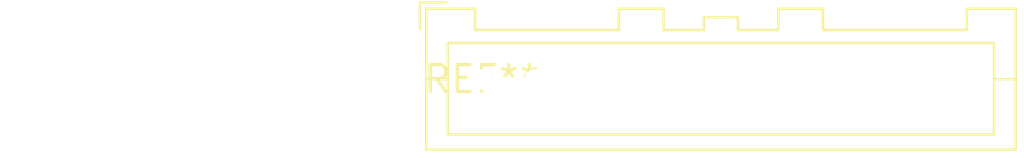
<source format=kicad_pcb>
(kicad_pcb (version 20240108) (generator pcbnew)
  (layers (0 "F.Cu" signal) (31 "B.Cu" signal) (34 "B.Paste" user) (35 "F.Paste" user) (36 "B.SilkS" user "B.Silkscreen") (37 "F.SilkS" user "F.Silkscreen") (38 "B.Mask" user) (39 "F.Mask" user) (44 "Edge.Cuts" user))
  (net 0 "")
  (footprint "JST_XA_B10B-XASK-1_1x10_P2.50mm_Vertical" (layer "F.Cu") (at 0 0)
    (property "Reference" "REF**")
    (property "Value" "JST_XA_B10B-XASK-1_1x10_P2.50mm_Vertical")
    (fp_line (start -2.91 -3.61) (end -2.91 -2.36) (layer "F.SilkS") (stroke (width 0.12)))
    (fp_line (start -2.61 -3.31) (end -2.61 3.31) (layer "F.SilkS") (stroke (width 0.12)))
    (fp_line (start -2.61 0) (end -1.6 0) (layer "F.SilkS") (stroke (width 0.12)))
    (fp_line (start -2.61 3.31) (end 25.11 3.31) (layer "F.SilkS") (stroke (width 0.12)))
    (fp_line (start -1.66 -3.61) (end -2.91 -3.61) (layer "F.SilkS") (stroke (width 0.12)))
    (fp_line (start -1.6 -1.7) (end -1.6 2.6) (layer "F.SilkS") (stroke (width 0.12)))
    (fp_line (start -1.6 2.6) (end 24.1 2.6) (layer "F.SilkS") (stroke (width 0.12)))
    (fp_line (start -0.31 -3.31) (end -2.61 -3.31) (layer "F.SilkS") (stroke (width 0.12)))
    (fp_line (start -0.31 -2.31) (end -0.31 -3.31) (layer "F.SilkS") (stroke (width 0.12)))
    (fp_line (start 6.45 -3.31) (end 6.45 -2.31) (layer "F.SilkS") (stroke (width 0.12)))
    (fp_line (start 6.45 -2.31) (end -0.31 -2.31) (layer "F.SilkS") (stroke (width 0.12)))
    (fp_line (start 8.55 -3.31) (end 6.45 -3.31) (layer "F.SilkS") (stroke (width 0.12)))
    (fp_line (start 8.55 -2.31) (end 8.55 -3.31) (layer "F.SilkS") (stroke (width 0.12)))
    (fp_line (start 10.45 -2.91) (end 10.45 -2.31) (layer "F.SilkS") (stroke (width 0.12)))
    (fp_line (start 10.45 -2.31) (end 8.55 -2.31) (layer "F.SilkS") (stroke (width 0.12)))
    (fp_line (start 12.05 -2.91) (end 10.45 -2.91) (layer "F.SilkS") (stroke (width 0.12)))
    (fp_line (start 12.05 -2.31) (end 12.05 -2.91) (layer "F.SilkS") (stroke (width 0.12)))
    (fp_line (start 13.95 -3.31) (end 13.95 -2.31) (layer "F.SilkS") (stroke (width 0.12)))
    (fp_line (start 13.95 -2.31) (end 12.05 -2.31) (layer "F.SilkS") (stroke (width 0.12)))
    (fp_line (start 16.05 -3.31) (end 13.95 -3.31) (layer "F.SilkS") (stroke (width 0.12)))
    (fp_line (start 16.05 -2.31) (end 16.05 -3.31) (layer "F.SilkS") (stroke (width 0.12)))
    (fp_line (start 22.81 -3.31) (end 22.81 -2.31) (layer "F.SilkS") (stroke (width 0.12)))
    (fp_line (start 22.81 -2.31) (end 16.05 -2.31) (layer "F.SilkS") (stroke (width 0.12)))
    (fp_line (start 24.1 -1.7) (end -1.6 -1.7) (layer "F.SilkS") (stroke (width 0.12)))
    (fp_line (start 24.1 2.6) (end 24.1 -1.7) (layer "F.SilkS") (stroke (width 0.12)))
    (fp_line (start 25.11 -3.31) (end 22.81 -3.31) (layer "F.SilkS") (stroke (width 0.12)))
    (fp_line (start 25.11 0) (end 24.1 0) (layer "F.SilkS") (stroke (width 0.12)))
    (fp_line (start 25.11 3.31) (end 25.11 -3.31) (layer "F.SilkS") (stroke (width 0.12)))
    (pad "1" thru_hole roundrect (at 0 0) (size 1.7 1.95) (drill 0.95) (layers *.Cu *.Mask) (remove_unused_layers) (roundrect_rratio 0.147059))
    (pad "2" thru_hole oval (at 2.5 0) (size 1.7 1.95) (drill 0.95) (layers *.Cu *.Mask) (remove_unused_layers))
    (pad "3" thru_hole oval (at 5 0) (size 1.7 1.95) (drill 0.95) (layers *.Cu *.Mask) (remove_unused_layers))
    (pad "4" thru_hole oval (at 7.5 0) (size 1.7 1.95) (drill 0.95) (layers *.Cu *.Mask) (remove_unused_layers))
    (pad "5" thru_hole oval (at 10 0) (size 1.7 1.95) (drill 0.95) (layers *.Cu *.Mask) (remove_unused_layers))
    (pad "6" thru_hole oval (at 12.5 0) (size 1.7 1.95) (drill 0.95) (layers *.Cu *.Mask) (remove_unused_layers))
    (pad "7" thru_hole oval (at 15 0) (size 1.7 1.95) (drill 0.95) (layers *.Cu *.Mask) (remove_unused_layers))
    (pad "8" thru_hole oval (at 17.5 0) (size 1.7 1.95) (drill 0.95) (layers *.Cu *.Mask) (remove_unused_layers))
    (pad "9" thru_hole oval (at 20 0) (size 1.7 1.95) (drill 0.95) (layers *.Cu *.Mask) (remove_unused_layers))
    (pad "10" thru_hole oval (at 22.5 0) (size 1.7 1.95) (drill 0.95) (layers *.Cu *.Mask) (remove_unused_layers))
  )
)
</source>
